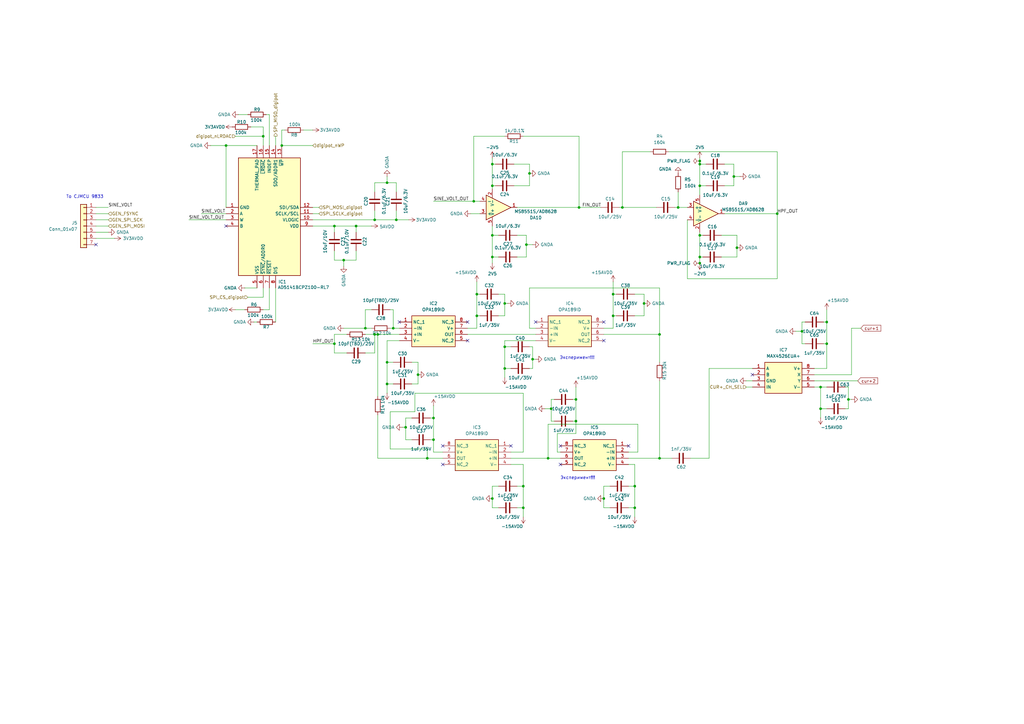
<source format=kicad_sch>
(kicad_sch (version 20250114) (generator "eeschema") (generator_version "9.0")
  (paper "A3")
  (text "Эксперимент!!!\n" (at 236.728 146.812 0) (effects (font (size 1.27 1.27))))
  (text "Эксперимент!!!\n" (at 236.982 196.088 0) (effects (font (size 1.27 1.27))))
  (text "To CJMCU 9833" (at 34.798 80.772 0) (effects (font (size 1.27 1.27))))
  (junction (at 153.67 90.17))
  (junction (at 287.02 66.04))
  (junction (at 287.02 105.41))
  (junction (at 140.97 106.68))
  (junction (at 158.75 148.59))
  (junction (at 226.06 167.64))
  (junction (at 115.57 59.69))
  (junction (at 270.51 137.16))
  (junction (at 154.94 137.16))
  (junction (at 137.16 92.71))
  (junction (at 201.93 67.31))
  (junction (at 302.26 101.6))
  (junction (at 318.77 87.63))
  (junction (at 339.09 132.08))
  (junction (at 177.8 171.45))
  (junction (at 207.01 142.24))
  (junction (at 287.02 107.95))
  (junction (at 251.46 129.54))
  (junction (at 247.65 204.47))
  (junction (at 175.26 187.96))
  (junction (at 207.01 151.13))
  (junction (at 201.93 76.2))
  (junction (at 214.63 208.28))
  (junction (at 270.51 187.96))
  (junction (at 207.01 124.46))
  (junction (at 214.63 199.39))
  (junction (at 194.31 82.55))
  (junction (at 260.35 199.39))
  (junction (at 107.95 55.88))
  (junction (at 201.93 204.47))
  (junction (at 339.09 140.97))
  (junction (at 146.05 92.71))
  (junction (at 287.02 67.31))
  (junction (at 201.93 105.41))
  (junction (at 158.75 74.93))
  (junction (at 236.22 172.72))
  (junction (at 300.99 72.39))
  (junction (at 166.37 175.26))
  (junction (at 237.49 85.09))
  (junction (at 336.55 167.64))
  (junction (at 153.67 137.16))
  (junction (at 328.93 135.89))
  (junction (at 260.35 208.28))
  (junction (at 217.17 71.12))
  (junction (at 92.71 59.69))
  (junction (at 264.16 124.46))
  (junction (at 287.02 76.2))
  (junction (at 236.22 163.83))
  (junction (at 195.58 129.54))
  (junction (at 137.16 140.97))
  (junction (at 336.55 158.75))
  (junction (at 158.75 157.48))
  (junction (at 255.27 85.09))
  (junction (at 251.46 120.65))
  (junction (at 162.56 90.17))
  (junction (at 224.79 187.96))
  (junction (at 278.13 85.09))
  (junction (at 149.86 134.62))
  (junction (at 215.9 100.33))
  (junction (at 161.29 134.62))
  (junction (at 195.58 120.65))
  (junction (at 218.44 147.32))
  (junction (at 201.93 96.52))
  (junction (at 177.8 180.34))
  (junction (at 171.45 153.67))
  (junction (at 287.02 96.52))
  (junction (at 347.98 163.83))
  (no_connect (at 219.71 132.08))
  (no_connect (at 163.83 132.08))
  (no_connect (at 209.55 182.88))
  (no_connect (at 229.87 190.5))
  (no_connect (at 247.65 139.7))
  (no_connect (at 191.77 132.08))
  (no_connect (at 92.71 92.71))
  (no_connect (at 191.77 139.7))
  (no_connect (at 229.87 182.88))
  (no_connect (at 247.65 132.08))
  (no_connect (at 257.81 182.88))
  (no_connect (at 181.61 182.88))
  (no_connect (at 181.61 190.5))
  (no_connect (at 39.37 100.33))
  (no_connect (at 308.61 153.67))
  (wire (pts (xy 39.37 97.79) (xy 46.99 97.79)))
  (wire (pts (xy 264.16 120.65) (xy 264.16 124.46)))
  (wire (pts (xy 247.65 134.62) (xy 251.46 134.62)))
  (wire (pts (xy 210.82 67.31) (xy 217.17 67.31)))
  (wire (pts (xy 300.99 67.31) (xy 300.99 72.39)))
  (wire (pts (xy 201.93 67.31) (xy 201.93 64.77)))
  (wire (pts (xy 297.18 67.31) (xy 300.99 67.31)))
  (wire (pts (xy 295.91 96.52) (xy 302.26 96.52)))
  (wire (pts (xy 128.27 90.17) (xy 153.67 90.17)))
  (wire (pts (xy 217.17 134.62) (xy 217.17 118.11)))
  (wire (pts (xy 204.47 105.41) (xy 201.93 105.41)))
  (wire (pts (xy 177.8 180.34) (xy 177.8 171.45)))
  (wire (pts (xy 318.77 62.23) (xy 318.77 87.63)))
  (wire (pts (xy 287.02 95.25) (xy 287.02 96.52)))
  (wire (pts (xy 162.56 90.17) (xy 167.64 90.17)))
  (wire (pts (xy 207.01 124.46) (xy 208.28 124.46)))
  (wire (pts (xy 330.2 132.08) (xy 328.93 132.08)))
  (wire (pts (xy 146.05 95.25) (xy 146.05 92.71)))
  (wire (pts (xy 128.27 92.71) (xy 137.16 92.71)))
  (wire (pts (xy 201.93 67.31) (xy 203.2 67.31)))
  (wire (pts (xy 146.05 92.71) (xy 152.4 92.71)))
  (wire (pts (xy 158.75 139.7) (xy 158.75 148.59)))
  (wire (pts (xy 234.95 172.72) (xy 236.22 172.72)))
  (wire (pts (xy 149.86 127) (xy 152.4 127)))
  (wire (pts (xy 44.45 85.09) (xy 39.37 85.09)))
  (wire (pts (xy 104.14 132.08) (xy 105.41 132.08)))
  (wire (pts (xy 149.86 137.16) (xy 153.67 137.16)))
  (wire (pts (xy 289.56 76.2) (xy 287.02 76.2)))
  (wire (pts (xy 146.05 92.71) (xy 137.16 92.71)))
  (wire (pts (xy 107.95 55.88) (xy 107.95 59.69)))
  (wire (pts (xy 297.18 76.2) (xy 300.99 76.2)))
  (wire (pts (xy 336.55 167.64) (xy 339.09 167.64)))
  (wire (pts (xy 168.91 180.34) (xy 166.37 180.34)))
  (wire (pts (xy 44.45 87.63) (xy 39.37 87.63)))
  (wire (pts (xy 336.55 158.75) (xy 336.55 167.64)))
  (wire (pts (xy 107.95 121.92) (xy 101.6 121.92)))
  (wire (pts (xy 300.99 72.39) (xy 303.53 72.39)))
  (wire (pts (xy 204.47 96.52) (xy 201.93 96.52)))
  (wire (pts (xy 166.37 171.45) (xy 166.37 175.26)))
  (wire (pts (xy 261.62 185.42) (xy 261.62 173.99)))
  (wire (pts (xy 236.22 163.83) (xy 234.95 163.83)))
  (wire (pts (xy 347.98 158.75) (xy 347.98 163.83)))
  (wire (pts (xy 163.83 139.7) (xy 158.75 139.7)))
  (wire (pts (xy 214.63 55.88) (xy 237.49 55.88)))
  (wire (pts (xy 195.58 129.54) (xy 195.58 120.65)))
  (wire (pts (xy 260.35 129.54) (xy 264.16 129.54)))
  (wire (pts (xy 260.35 199.39) (xy 257.81 199.39)))
  (wire (pts (xy 92.71 59.69) (xy 105.41 59.69)))
  (wire (pts (xy 201.93 76.2) (xy 201.93 67.31)))
  (wire (pts (xy 339.09 127) (xy 339.09 132.08)))
  (wire (pts (xy 154.94 187.96) (xy 175.26 187.96)))
  (wire (pts (xy 195.58 129.54) (xy 196.85 129.54)))
  (wire (pts (xy 336.55 158.75) (xy 339.09 158.75)))
  (wire (pts (xy 260.35 208.28) (xy 257.81 208.28)))
  (wire (pts (xy 110.49 59.69) (xy 110.49 46.99)))
  (wire (pts (xy 255.27 62.23) (xy 255.27 85.09)))
  (wire (pts (xy 228.6 177.8) (xy 236.22 177.8)))
  (wire (pts (xy 251.46 129.54) (xy 251.46 134.62)))
  (wire (pts (xy 152.4 134.62) (xy 149.86 134.62)))
  (wire (pts (xy 260.35 190.5) (xy 260.35 199.39)))
  (wire (pts (xy 214.63 208.28) (xy 214.63 212.09)))
  (wire (pts (xy 247.65 199.39) (xy 247.65 204.47)))
  (wire (pts (xy 255.27 85.09) (xy 269.24 85.09)))
  (wire (pts (xy 96.52 127) (xy 100.33 127)))
  (wire (pts (xy 295.91 105.41) (xy 302.26 105.41)))
  (wire (pts (xy 278.13 78.74) (xy 278.13 85.09)))
  (wire (pts (xy 257.81 187.96) (xy 270.51 187.96)))
  (wire (pts (xy 82.55 87.63) (xy 92.71 87.63)))
  (wire (pts (xy 224.79 187.96) (xy 229.87 187.96)))
  (wire (pts (xy 237.49 85.09) (xy 212.09 85.09)))
  (wire (pts (xy 212.09 105.41) (xy 215.9 105.41)))
  (wire (pts (xy 130.81 85.09) (xy 128.27 85.09)))
  (wire (pts (xy 170.18 168.91) (xy 160.02 168.91)))
  (wire (pts (xy 161.29 127) (xy 161.29 134.62)))
  (wire (pts (xy 115.57 53.34) (xy 115.57 59.69)))
  (wire (pts (xy 201.93 77.47) (xy 201.93 76.2)))
  (wire (pts (xy 226.06 163.83) (xy 226.06 167.64)))
  (wire (pts (xy 146.05 106.68) (xy 140.97 106.68)))
  (wire (pts (xy 201.93 107.95) (xy 201.93 105.41)))
  (wire (pts (xy 158.75 148.59) (xy 158.75 157.48)))
  (wire (pts (xy 146.05 102.87) (xy 146.05 106.68)))
  (wire (pts (xy 177.8 171.45) (xy 177.8 166.37)))
  (wire (pts (xy 214.63 190.5) (xy 214.63 199.39)))
  (wire (pts (xy 251.46 120.65) (xy 251.46 129.54)))
  (wire (pts (xy 278.13 85.09) (xy 281.94 85.09)))
  (wire (pts (xy 201.93 199.39) (xy 201.93 204.47)))
  (wire (pts (xy 175.26 184.15) (xy 175.26 187.96)))
  (wire (pts (xy 107.95 118.11) (xy 107.95 121.92)))
  (wire (pts (xy 149.86 144.78) (xy 153.67 144.78)))
  (wire (pts (xy 96.52 55.88) (xy 107.95 55.88)))
  (wire (pts (xy 270.51 137.16) (xy 270.51 148.59)))
  (wire (pts (xy 219.71 139.7) (xy 207.01 139.7)))
  (wire (pts (xy 154.94 137.16) (xy 163.83 137.16)))
  (wire (pts (xy 204.47 120.65) (xy 207.01 120.65)))
  (wire (pts (xy 226.06 167.64) (xy 226.06 172.72)))
  (wire (pts (xy 153.67 86.36) (xy 153.67 90.17)))
  (wire (pts (xy 306.07 158.75) (xy 308.61 158.75)))
  (wire (pts (xy 209.55 187.96) (xy 224.79 187.96)))
  (wire (pts (xy 97.79 46.99) (xy 101.6 46.99)))
  (wire (pts (xy 328.93 140.97) (xy 330.2 140.97)))
  (wire (pts (xy 194.31 82.55) (xy 194.31 55.88)))
  (wire (pts (xy 302.26 96.52) (xy 302.26 101.6)))
  (wire (pts (xy 346.71 158.75) (xy 347.98 158.75)))
  (wire (pts (xy 229.87 185.42) (xy 228.6 185.42)))
  (wire (pts (xy 281.94 114.3) (xy 318.77 114.3)))
  (wire (pts (xy 116.84 53.34) (xy 115.57 53.34)))
  (wire (pts (xy 217.17 142.24) (xy 218.44 142.24)))
  (wire (pts (xy 195.58 120.65) (xy 196.85 120.65)))
  (wire (pts (xy 210.82 76.2) (xy 217.17 76.2)))
  (wire (pts (xy 334.01 153.67) (xy 349.25 153.67)))
  (wire (pts (xy 270.51 187.96) (xy 275.59 187.96)))
  (wire (pts (xy 214.63 161.29) (xy 170.18 161.29)))
  (wire (pts (xy 166.37 175.26) (xy 165.1 175.26)))
  (wire (pts (xy 171.45 148.59) (xy 171.45 153.67)))
  (wire (pts (xy 204.47 129.54) (xy 207.01 129.54)))
  (wire (pts (xy 318.77 87.63) (xy 318.77 114.3)))
  (wire (pts (xy 274.32 62.23) (xy 318.77 62.23)))
  (wire (pts (xy 130.81 87.63) (xy 128.27 87.63)))
  (wire (pts (xy 177.8 185.42) (xy 177.8 180.34)))
  (wire (pts (xy 195.58 134.62) (xy 195.58 129.54)))
  (wire (pts (xy 115.57 59.69) (xy 128.27 59.69)))
  (wire (pts (xy 247.65 137.16) (xy 270.51 137.16)))
  (wire (pts (xy 162.56 90.17) (xy 153.67 90.17)))
  (wire (pts (xy 251.46 115.57) (xy 251.46 120.65)))
  (wire (pts (xy 237.49 55.88) (xy 237.49 85.09)))
  (wire (pts (xy 287.02 67.31) (xy 287.02 76.2)))
  (wire (pts (xy 219.71 134.62) (xy 217.17 134.62)))
  (wire (pts (xy 290.83 187.96) (xy 290.83 151.13)))
  (wire (pts (xy 168.91 157.48) (xy 171.45 157.48)))
  (wire (pts (xy 201.93 105.41) (xy 201.93 96.52)))
  (wire (pts (xy 201.93 208.28) (xy 201.93 204.47)))
  (wire (pts (xy 153.67 74.93) (xy 158.75 74.93)))
  (wire (pts (xy 160.02 127) (xy 161.29 127)))
  (wire (pts (xy 194.31 55.88) (xy 207.01 55.88)))
  (wire (pts (xy 137.16 102.87) (xy 137.16 106.68)))
  (wire (pts (xy 158.75 74.93) (xy 158.75 72.39)))
  (wire (pts (xy 86.36 59.69) (xy 92.71 59.69)))
  (wire (pts (xy 196.85 82.55) (xy 194.31 82.55)))
  (wire (pts (xy 153.67 144.78) (xy 153.67 137.16)))
  (wire (pts (xy 154.94 137.16) (xy 154.94 162.56)))
  (wire (pts (xy 158.75 157.48) (xy 158.75 161.29)))
  (wire (pts (xy 339.09 140.97) (xy 339.09 132.08)))
  (wire (pts (xy 287.02 105.41) (xy 287.02 107.95)))
  (wire (pts (xy 212.09 96.52) (xy 215.9 96.52)))
  (wire (pts (xy 237.49 85.09) (xy 246.38 85.09)))
  (wire (pts (xy 177.8 82.55) (xy 194.31 82.55)))
  (wire (pts (xy 181.61 185.42) (xy 177.8 185.42)))
  (wire (pts (xy 226.06 172.72) (xy 227.33 172.72)))
  (wire (pts (xy 162.56 78.74) (xy 162.56 74.93)))
  (wire (pts (xy 177.8 171.45) (xy 176.53 171.45)))
  (wire (pts (xy 328.93 132.08) (xy 328.93 135.89)))
  (wire (pts (xy 287.02 96.52) (xy 288.29 96.52)))
  (wire (pts (xy 110.49 46.99) (xy 109.22 46.99)))
  (wire (pts (xy 124.46 53.34) (xy 128.27 53.34)))
  (wire (pts (xy 264.16 129.54) (xy 264.16 124.46)))
  (wire (pts (xy 283.21 187.96) (xy 290.83 187.96)))
  (wire (pts (xy 290.83 151.13) (xy 308.61 151.13)))
  (wire (pts (xy 168.91 148.59) (xy 171.45 148.59)))
  (wire (pts (xy 217.17 118.11) (xy 270.51 118.11)))
  (wire (pts (xy 306.07 156.21) (xy 308.61 156.21)))
  (wire (pts (xy 347.98 167.64) (xy 346.71 167.64)))
  (wire (pts (xy 227.33 163.83) (xy 226.06 163.83)))
  (wire (pts (xy 204.47 199.39) (xy 201.93 199.39)))
  (wire (pts (xy 247.65 208.28) (xy 247.65 204.47)))
  (wire (pts (xy 260.35 208.28) (xy 260.35 212.09)))
  (wire (pts (xy 339.09 151.13) (xy 334.01 151.13)))
  (wire (pts (xy 218.44 151.13) (xy 217.17 151.13)))
  (wire (pts (xy 349.25 134.62) (xy 353.06 134.62)))
  (wire (pts (xy 44.45 92.71) (xy 39.37 92.71)))
  (wire (pts (xy 260.35 120.65) (xy 264.16 120.65)))
  (wire (pts (xy 215.9 100.33) (xy 218.44 100.33)))
  (wire (pts (xy 215.9 105.41) (xy 215.9 100.33)))
  (wire (pts (xy 337.82 140.97) (xy 339.09 140.97)))
  (wire (pts (xy 142.24 137.16) (xy 137.16 137.16)))
  (wire (pts (xy 214.63 208.28) (xy 212.09 208.28)))
  (wire (pts (xy 328.93 135.89) (xy 328.93 140.97)))
  (wire (pts (xy 218.44 147.32) (xy 219.71 147.32)))
  (wire (pts (xy 137.16 140.97) (xy 137.16 144.78)))
  (wire (pts (xy 77.47 90.17) (xy 92.71 90.17)))
  (wire (pts (xy 266.7 62.23) (xy 255.27 62.23)))
  (wire (pts (xy 207.01 142.24) (xy 207.01 151.13)))
  (wire (pts (xy 339.09 140.97) (xy 339.09 151.13)))
  (wire (pts (xy 161.29 134.62) (xy 163.83 134.62)))
  (wire (pts (xy 168.91 171.45) (xy 166.37 171.45)))
  (wire (pts (xy 166.37 180.34) (xy 166.37 175.26)))
  (wire (pts (xy 209.55 142.24) (xy 207.01 142.24)))
  (wire (pts (xy 207.01 139.7) (xy 207.01 142.24)))
  (wire (pts (xy 204.47 208.28) (xy 201.93 208.28)))
  (wire (pts (xy 110.49 127) (xy 107.95 127)))
  (wire (pts (xy 214.63 185.42) (xy 214.63 161.29)))
  (wire (pts (xy 217.17 67.31) (xy 217.17 71.12)))
  (wire (pts (xy 177.8 180.34) (xy 176.53 180.34)))
  (wire (pts (xy 140.97 134.62) (xy 149.86 134.62)))
  (wire (pts (xy 251.46 129.54) (xy 252.73 129.54)))
  (wire (pts (xy 287.02 105.41) (xy 288.29 105.41)))
  (wire (pts (xy 160.02 168.91) (xy 160.02 184.15)))
  (wire (pts (xy 287.02 76.2) (xy 287.02 80.01)))
  (wire (pts (xy 250.19 208.28) (xy 247.65 208.28)))
  (wire (pts (xy 128.27 140.97) (xy 137.16 140.97)))
  (wire (pts (xy 100.33 118.11) (xy 105.41 118.11)))
  (wire (pts (xy 207.01 151.13) (xy 207.01 154.94)))
  (wire (pts (xy 215.9 96.52) (xy 215.9 100.33)))
  (wire (pts (xy 326.39 135.89) (xy 328.93 135.89)))
  (wire (pts (xy 92.71 59.69) (xy 92.71 85.09)))
  (wire (pts (xy 223.52 167.64) (xy 226.06 167.64)))
  (wire (pts (xy 201.93 76.2) (xy 203.2 76.2)))
  (wire (pts (xy 162.56 74.93) (xy 158.75 74.93)))
  (wire (pts (xy 287.02 66.04) (xy 287.02 67.31)))
  (wire (pts (xy 287.02 64.77) (xy 287.02 66.04)))
  (wire (pts (xy 110.49 118.11) (xy 110.49 127)))
  (wire (pts (xy 270.51 156.21) (xy 270.51 187.96)))
  (wire (pts (xy 260.35 199.39) (xy 260.35 208.28)))
  (wire (pts (xy 318.77 87.63) (xy 297.18 87.63)))
  (wire (pts (xy 270.51 118.11) (xy 270.51 137.16)))
  (wire (pts (xy 153.67 137.16) (xy 154.94 137.16)))
  (wire (pts (xy 236.22 158.75) (xy 236.22 163.83)))
  (wire (pts (xy 175.26 187.96) (xy 181.61 187.96)))
  (wire (pts (xy 281.94 90.17) (xy 281.94 114.3)))
  (wire (pts (xy 349.25 153.67) (xy 349.25 134.62)))
  (wire (pts (xy 236.22 177.8) (xy 236.22 172.72)))
  (wire (pts (xy 191.77 134.62) (xy 195.58 134.62)))
  (wire (pts (xy 113.03 55.88) (xy 113.03 59.69)))
  (wire (pts (xy 218.44 142.24) (xy 218.44 147.32)))
  (wire (pts (xy 137.16 137.16) (xy 137.16 140.97)))
  (wire (pts (xy 137.16 144.78) (xy 142.24 144.78)))
  (wire (pts (xy 209.55 190.5) (xy 214.63 190.5)))
  (wire (pts (xy 214.63 199.39) (xy 214.63 208.28)))
  (wire (pts (xy 209.55 185.42) (xy 214.63 185.42)))
  (wire (pts (xy 201.93 96.52) (xy 201.93 92.71)))
  (wire (pts (xy 193.04 87.63) (xy 196.85 87.63)))
  (wire (pts (xy 102.87 52.07) (xy 107.95 52.07)))
  (wire (pts (xy 137.16 106.68) (xy 140.97 106.68)))
  (wire (pts (xy 257.81 185.42) (xy 261.62 185.42)))
  (wire (pts (xy 218.44 147.32) (xy 218.44 151.13)))
  (wire (pts (xy 228.6 185.42) (xy 228.6 177.8)))
  (wire (pts (xy 254 85.09) (xy 255.27 85.09)))
  (wire (pts (xy 250.19 199.39) (xy 247.65 199.39)))
  (wire (pts (xy 276.86 85.09) (xy 278.13 85.09)))
  (wire (pts (xy 251.46 120.65) (xy 252.73 120.65)))
  (wire (pts (xy 160.02 184.15) (xy 175.26 184.15)))
  (wire (pts (xy 158.75 157.48) (xy 161.29 157.48)))
  (wire (pts (xy 158.75 148.59) (xy 161.29 148.59)))
  (wire (pts (xy 217.17 76.2) (xy 217.17 71.12)))
  (wire (pts (xy 149.86 134.62) (xy 149.86 127)))
  (wire (pts (xy 334.01 156.21) (xy 351.79 156.21)))
  (wire (pts (xy 107.95 52.07) (xy 107.95 55.88)))
  (wire (pts (xy 207.01 129.54) (xy 207.01 124.46)))
  (wire (pts (xy 153.67 78.74) (xy 153.67 74.93)))
  (wire (pts (xy 195.58 120.65) (xy 195.58 115.57)))
  (wire (pts (xy 207.01 120.65) (xy 207.01 124.46)))
  (wire (pts (xy 336.55 167.64) (xy 336.55 171.45)))
  (wire (pts (xy 170.18 161.29) (xy 170.18 168.91)))
  (wire (pts (xy 171.45 157.48) (xy 171.45 153.67)))
  (wire (pts (xy 334.01 158.75) (xy 336.55 158.75)))
  (wire (pts (xy 287.02 96.52) (xy 287.02 105.41)))
  (wire (pts (xy 236.22 172.72) (xy 236.22 163.83)))
  (wire (pts (xy 162.56 86.36) (xy 162.56 90.17)))
  (wire (pts (xy 137.16 92.71) (xy 137.16 95.25)))
  (wire (pts (xy 224.79 173.99) (xy 224.79 187.96)))
  (wire (pts (xy 39.37 95.25) (xy 44.45 95.25)))
  (wire (pts (xy 289.56 67.31) (xy 287.02 67.31)))
  (wire (pts (xy 347.98 163.83) (xy 347.98 167.64)))
  (wire (pts (xy 261.62 173.99) (xy 224.79 173.99)))
  (wire (pts (xy 214.63 199.39) (xy 212.09 199.39)))
  (wire (pts (xy 191.77 137.16) (xy 219.71 137.16)))
  (wire (pts (xy 154.94 170.18) (xy 154.94 187.96)))
  (wire (pts (xy 160.02 134.62) (xy 161.29 134.62)))
  (wire (pts (xy 257.81 190.5) (xy 260.35 190.5)))
  (wire (pts (xy 302.26 105.41) (xy 302.26 101.6)))
  (wire (pts (xy 44.45 90.17) (xy 39.37 90.17)))
  (wire (pts (xy 339.09 132.08) (xy 337.82 132.08)))
  (wire (pts (xy 347.98 163.83) (xy 349.25 163.83)))
  (wire (pts (xy 140.97 106.68) (xy 140.97 109.22)))
  (wire (pts (xy 207.01 151.13) (xy 209.55 151.13)))
  (wire (pts (xy 300.99 76.2) (xy 300.99 72.39)))
  (wire (pts (xy 113.03 118.11) (xy 113.03 132.08)))
  (label "HPF_OUT" (at 318.77 87.63 0))
  (label "FIN_OUT" (at 238.76 85.09 0))
  (label "SINE_VOLT" (at 82.55 87.63 0))
  (label "HPF_OUT" (at 128.27 140.97 0))
  (label "SINE_VOLT_OUT" (at 77.47 90.17 0))
  (label "SINE_VOLT" (at 44.45 85.09 0))
  (label "SINE_VOLT_OUT" (at 177.8 82.55 0))
  (global_label "cur+2" (shape input) (at 351.79 156.21 0) (property "Intersheetrefs" "${INTERSHEET_REFS}" (effects (hide yes))))
  (global_label "cur+1" (shape input) (at 353.06 134.62 0) (property "Intersheetrefs" "${INTERSHEET_REFS}" (effects (hide yes))))
  (hierarchical_label "GEN_FSYNC" (shape input) (at 44.45 87.63 0))
  (hierarchical_label "SPI_SCLK_digipot" (shape input) (at 130.81 87.63 0))
  (hierarchical_label "SPI_MOSI_digipot" (shape input) (at 130.81 85.09 0))
  (hierarchical_label "GEN_SPI_MOSI" (shape input) (at 44.45 92.71 0))
  (hierarchical_label "SPI_CS_digipot" (shape input) (at 101.6 121.92 180))
  (hierarchical_label "SPI_MISO_digipot" (shape output) (at 113.03 55.88 90))
  (hierarchical_label "digipot_nWP" (shape input) (at 128.27 59.69 0))
  (hierarchical_label "digipot_nLRDAC" (shape input) (at 96.52 55.88 180))
  (hierarchical_label "CUR+_CH_SEL" (shape input) (at 306.07 158.75 180))
  (hierarchical_label "GEN_SPI_SCK" (shape input) (at 44.45 90.17 0))
  (symbol (lib_id "power:GNDA") (at 264.16 124.46 90) (mirror x) (unit 1)
    (property "Reference" "#PWR060" (effects (hide yes)))
    (property "Value" "GNDA" (at 270.002 124.46 90))
    (property "Description" "Power symbol creates a global label with name \"GNDA\" , analog ground" (effects (hide yes)))
  )
  (symbol (lib_id "power:VDD") (at 287.02 107.95 180) (unit 1)
    (property "Reference" "#PWR031" (effects (hide yes)))
    (property "Value" "-2V5" (at 287.02 112.268 0))
    (property "Description" "Power symbol creates a global label with name \"VDD\"" (effects (hide yes)))
  )
  (symbol (lib_id "power:GNDA") (at 303.53 72.39 90) (mirror x) (unit 1)
    (property "Reference" "#PWR033" (effects (hide yes)))
    (property "Value" "GNDA" (at 309.372 72.39 90))
    (property "Description" "Power symbol creates a global label with name \"GNDA\" , analog ground" (effects (hide yes)))
  )
  (symbol (lib_id "Device:C") (at 200.66 129.54 270) (mirror x) (unit 1)
    (property "Reference" "C33" (at 200.66 125.984 90))
    (property "Value" "1uF/35V" (at 200.66 133.35 90))
    (property "Footprint" "Capacitor_SMD:C_0603_1608Metric_Pad1.08x0.95mm_HandSolder" (effects (hide yes)))
    (property "Description" "Unpolarized capacitor" (effects (hide yes)))
  )
  (symbol (lib_id "power:VDD") (at 128.27 53.34 270) (mirror x) (unit 1)
    (property "Reference" "#PWR042" (effects (hide yes)))
    (property "Value" "3V3AVDD" (at 135.382 53.34 90))
    (property "Description" "Power symbol creates a global label with name \"VDD\"" (effects (hide yes)))
  )
  (symbol (lib_id "Device:R") (at 210.82 55.88 270) (unit 1)
    (property "Reference" "R11" (at 210.82 57.912 90))
    (property "Value" "1k/0.1%" (at 211.074 53.594 90))
    (property "Footprint" "Resistor_SMD:R_0603_1608Metric_Pad0.98x0.95mm_HandSolder" (effects (hide yes)))
    (property "Description" "Resistor" (effects (hide yes)))
  )
  (symbol (lib_id "OPA189ID:OPA189ID") (at 163.83 132.08 0) (unit 1)
    (property "Reference" "IC2" (at 177.8 124.46 0))
    (property "Value" "OPA189ID" (at 177.8 127 0))
    (property "Footprint" "SOIC127P600X175-8N" (effects (hide yes)))
    (property "Datasheet" "http://www.ti.com/lit/gpn/OPA189" (effects (hide yes)))
    (property "Description" "14MHz, MUX-Friendly, Low-noise, Zero-Drift, RRO, CMOS Precision Operational Amplifier" (effects (hide yes)))
    (property "Height" "1.75" (effects (hide yes)))
    (property "Manufacturer_Name" "Texas Instruments" (effects (hide yes)))
    (property "Manufacturer_Part_Number" "OPA189ID" (effects (hide yes)))
    (property "Mouser Part Number" "595-OPA189ID" (effects (hide yes)))
    (property "Mouser Price/Stock" "https://www.mouser.co.uk/ProductDetail/Texas-Instruments/OPA189ID?qs=HXFqYaX1Q2yMqvbYDOJ0Ig%3D%3D" (effects (hide yes)))
    (property "Arrow Part Number" "OPA189ID" (effects (hide yes)))
    (property "Arrow Price/Stock" "https://www.arrow.com/en/products/opa189id/texas-instruments?region=nac" (effects (hide yes)))
  )
  (symbol (lib_id "zpc-lib:MS8551S") (at 281.94 85.09 0) (unit 1)
    (property "Reference" "DA9" (at 304.8 83.439 0))
    (property "Value" "MS8551S/AD8628" (at 304.8 85.979 0))
    (property "Footprint" "Package_TO_SOT_SMD:SOT-23-5" (effects (hide yes)))
    (property "Description" "Rail-to_rail OPAMP" (effects (hide yes)))
  )
  (symbol (lib_id "Device:R") (at 104.14 127 90) (unit 1)
    (property "Reference" "R6" (at 104.14 124.968 90))
    (property "Value" "100k" (at 103.886 129.286 90))
    (property "Footprint" "Resistor_SMD:R_0603_1608Metric_Pad0.98x0.95mm_HandSolder" (effects (hide yes)))
    (property "Description" "Resistor" (effects (hide yes)))
  )
  (symbol (lib_id "power:GNDA") (at 306.07 156.21 270) (mirror x) (unit 1)
    (property "Reference" "#PWR097" (effects (hide yes)))
    (property "Value" "GNDA" (at 300.228 156.21 90))
    (property "Description" "Power symbol creates a global label with name \"GNDA\" , analog ground" (effects (hide yes)))
  )
  (symbol (lib_id "Device:R") (at 270.51 62.23 90) (unit 1)
    (property "Reference" "R4" (at 270.51 55.88 90))
    (property "Value" "160k" (at 270.51 58.42 90))
    (property "Footprint" "Resistor_SMD:R_0603_1608Metric_Pad0.98x0.95mm_HandSolder" (effects (hide yes)))
    (property "Description" "Resistor" (effects (hide yes)))
  )
  (symbol (lib_id "power:GNDA") (at 326.39 135.89 270) (unit 1)
    (property "Reference" "#PWR0100" (effects (hide yes)))
    (property "Value" "GNDA" (at 320.548 135.89 90))
    (property "Description" "Power symbol creates a global label with name \"GNDA\" , analog ground" (effects (hide yes)))
  )
  (symbol (lib_id "Device:C") (at 146.05 99.06 0) (mirror x) (unit 1)
    (property "Reference" "C22" (at 149.606 99.06 90))
    (property "Value" "0.1uF/10V" (at 142.24 99.06 90))
    (property "Footprint" "Capacitor_SMD:C_0603_1608Metric_Pad1.08x0.95mm_HandSolder" (effects (hide yes)))
    (property "Description" "Unpolarized capacitor" (effects (hide yes)))
  )
  (symbol (lib_id "Device:C") (at 256.54 120.65 270) (mirror x) (unit 1)
    (property "Reference" "C38" (at 256.54 117.094 90))
    (property "Value" "10uF/35V" (at 256.54 124.46 90))
    (property "Footprint" "Capacitor_SMD:C_0805_2012Metric_Pad1.18x1.45mm_HandSolder" (effects (hide yes)))
    (property "Description" "Unpolarized capacitor" (effects (hide yes)))
  )
  (symbol (lib_id "Device:C") (at 213.36 142.24 270) (mirror x) (unit 1)
    (property "Reference" "C40" (at 213.36 138.684 90))
    (property "Value" "1uF/35V" (at 213.36 146.05 90))
    (property "Footprint" "Capacitor_SMD:C_0603_1608Metric_Pad1.08x0.95mm_HandSolder" (effects (hide yes)))
    (property "Description" "Unpolarized capacitor" (effects (hide yes)))
  )
  (symbol (lib_id "power:VDD") (at 46.99 97.79 270) (mirror x) (unit 1)
    (property "Reference" "#PWR028" (effects (hide yes)))
    (property "Value" "3V3AVDD" (at 54.61 97.79 90))
    (property "Description" "Power symbol creates a global label with name \"VDD\"" (effects (hide yes)))
  )
  (symbol (lib_id "power:GNDA") (at 158.75 72.39 0) (mirror x) (unit 1)
    (property "Reference" "#PWR039" (effects (hide yes)))
    (property "Value" "GNDA" (at 158.75 66.548 90))
    (property "Description" "Power symbol creates a global label with name \"GNDA\" , analog ground" (effects (hide yes)))
  )
  (symbol (lib_id "OPA189ID:OPA189ID") (at 257.81 182.88 0) (mirror y) (unit 1)
    (property "Reference" "IC5" (at 243.84 175.26 0))
    (property "Value" "OPA189ID" (at 243.84 177.8 0))
    (property "Footprint" "SOIC127P600X175-8N" (effects (hide yes)))
    (property "Datasheet" "http://www.ti.com/lit/gpn/OPA189" (effects (hide yes)))
    (property "Description" "14MHz, MUX-Friendly, Low-noise, Zero-Drift, RRO, CMOS Precision Operational Amplifier" (effects (hide yes)))
    (property "Height" "1.75" (effects (hide yes)))
    (property "Manufacturer_Name" "Texas Instruments" (effects (hide yes)))
    (property "Manufacturer_Part_Number" "OPA189ID" (effects (hide yes)))
    (property "Mouser Part Number" "595-OPA189ID" (effects (hide yes)))
    (property "Mouser Price/Stock" "https://www.mouser.co.uk/ProductDetail/Texas-Instruments/OPA189ID?qs=HXFqYaX1Q2yMqvbYDOJ0Ig%3D%3D" (effects (hide yes)))
    (property "Arrow Part Number" "OPA189ID" (effects (hide yes)))
    (property "Arrow Price/Stock" "https://www.arrow.com/en/products/opa189id/texas-instruments?region=nac" (effects (hide yes)))
  )
  (symbol (lib_id "power:VDD") (at 339.09 127 0) (mirror y) (unit 1)
    (property "Reference" "#PWR0101" (effects (hide yes)))
    (property "Value" "+15AVDD" (at 343.662 123.19 0))
    (property "Description" "Power symbol creates a global label with name \"VDD\"" (effects (hide yes)))
  )
  (symbol (lib_id "Device:C") (at 334.01 140.97 90) (unit 1)
    (property "Reference" "C65" (at 334.01 137.414 90))
    (property "Value" "1uF/35V" (at 334.01 144.78 90))
    (property "Footprint" "Capacitor_SMD:C_0603_1608Metric_Pad1.08x0.95mm_HandSolder" (effects (hide yes)))
    (property "Description" "Unpolarized capacitor" (effects (hide yes)))
  )
  (symbol (lib_id "power:PWR_FLAG") (at 287.02 66.04 90) (unit 1)
    (property "Reference" "#FLG07" (effects (hide yes)))
    (property "Value" "PWR_FLAG" (at 283.21 66.0399 90) (effects (justify left)))
    (property "Description" "Special symbol for telling ERC where power comes from" (effects (hide yes)))
  )
  (symbol (lib_id "Device:C") (at 208.28 96.52 270) (unit 1)
    (property "Reference" "C27" (at 208.28 100.076 90))
    (property "Value" "10uF/6.3V" (at 208.28 92.71 90))
    (property "Footprint" "Capacitor_SMD:C_0805_2012Metric_Pad1.18x1.45mm_HandSolder" (effects (hide yes)))
    (property "Description" "Unpolarized capacitor" (effects (hide yes)))
  )
  (symbol (lib_id "power:VDD") (at 167.64 90.17 270) (mirror x) (unit 1)
    (property "Reference" "#PWR038" (effects (hide yes)))
    (property "Value" "3V3AVDD" (at 174.752 90.17 90))
    (property "Description" "Power symbol creates a global label with name \"VDD\"" (effects (hide yes)))
  )
  (symbol (lib_id "power:VDD") (at 251.46 115.57 0) (unit 1)
    (property "Reference" "#PWR059" (effects (hide yes)))
    (property "Value" "+15AVDD" (at 246.888 111.76 0))
    (property "Description" "Power symbol creates a global label with name \"VDD\"" (effects (hide yes)))
  )
  (symbol (lib_id "power:VDD") (at 152.4 92.71 270) (mirror x) (unit 1)
    (property "Reference" "#PWR041" (effects (hide yes)))
    (property "Value" "5AVDD" (at 158.75 92.964 90))
    (property "Description" "Power symbol creates a global label with name \"VDD\"" (effects (hide yes)))
  )
  (symbol (lib_id "MAX4526CSA+:MAX4526CSA+") (at 308.61 151.13 0) (unit 1)
    (property "Reference" "IC7" (at 321.31 143.51 0))
    (property "Value" "MAX4526EUA+" (at 321.31 146.05 0))
    (property "Footprint" "SOIC127P600X175-8N" (effects (hide yes)))
    (property "Datasheet" "https://datasheet.datasheetarchive.com/originals/distributors/SFDatasheet-4/sf-00086637.pdf" (effects (hide yes)))
    (property "Description" "Analogue Switch Single DPDT" (effects (hide yes)))
    (property "Height" "1.75" (effects (hide yes)))
    (property "Manufacturer_Name" "Analog Devices" (effects (hide yes)))
    (property "Manufacturer_Part_Number" "MAX4526CSA+" (effects (hide yes)))
    (property "Mouser Part Number" "700-MAX4526CSA" (effects (hide yes)))
    (property "Mouser Price/Stock" "https://www.mouser.co.uk/ProductDetail/Maxim-Integrated/MAX4526CSA%2b?qs=1THa7WoU59Hn83AxU9K9Cg%3D%3D" (effects (hide yes)))
  )
  (symbol (lib_id "Device:C") (at 208.28 208.28 90) (unit 1)
    (property "Reference" "C35" (at 208.28 204.724 90))
    (property "Value" "10uF/35V" (at 208.28 212.09 90))
    (property "Footprint" "Capacitor_SMD:C_0805_2012Metric_Pad1.18x1.45mm_HandSolder" (effects (hide yes)))
    (property "Description" "Unpolarized capacitor" (effects (hide yes)))
  )
  (symbol (lib_id "power:VDD") (at 95.25 52.07 90) (mirror x) (unit 1)
    (property "Reference" "#PWR044" (effects (hide yes)))
    (property "Value" "3V3AVDD" (at 88.138 52.07 90))
    (property "Description" "Power symbol creates a global label with name \"VDD\"" (effects (hide yes)))
  )
  (symbol (lib_id "power:GNDA") (at 44.45 95.25 90) (mirror x) (unit 1)
    (property "Reference" "#PWR027" (effects (hide yes)))
    (property "Value" "GNDA" (at 50.292 95.25 90))
    (property "Description" "Power symbol creates a global label with name \"GNDA\" , analog ground" (effects (hide yes)))
  )
  (symbol (lib_id "power:GNDA") (at 193.04 87.63 270) (unit 1)
    (property "Reference" "#PWR049" (effects (hide yes)))
    (property "Value" "GNDA" (at 187.198 87.63 90))
    (property "Description" "Power symbol creates a global label with name \"GNDA\" , analog ground" (effects (hide yes)))
  )
  (symbol (lib_id "Device:R") (at 99.06 52.07 90) (unit 1)
    (property "Reference" "R10" (at 99.06 50.038 90))
    (property "Value" "100k" (at 98.806 54.356 90))
    (property "Footprint" "Resistor_SMD:R_0603_1608Metric_Pad0.98x0.95mm_HandSolder" (effects (hide yes)))
    (property "Description" "Resistor" (effects (hide yes)))
  )
  (symbol (lib_id "Device:C") (at 213.36 151.13 270) (mirror x) (unit 1)
    (property "Reference" "C41" (at 213.36 147.574 90))
    (property "Value" "10uF/35V" (at 213.36 154.94 90))
    (property "Footprint" "Capacitor_SMD:C_0805_2012Metric_Pad1.18x1.45mm_HandSolder" (effects (hide yes)))
    (property "Description" "Unpolarized capacitor" (effects (hide yes)))
  )
  (symbol (lib_id "Device:C") (at 292.1 105.41 270) (mirror x) (unit 1)
    (property "Reference" "C17" (at 292.1 101.854 90))
    (property "Value" "10uF/6.3V" (at 292.1 109.22 90))
    (property "Footprint" "Capacitor_SMD:C_0805_2012Metric_Pad1.18x1.45mm_HandSolder" (effects (hide yes)))
    (property "Description" "Unpolarized capacitor" (effects (hide yes)))
  )
  (symbol (lib_id "power:VDD") (at 214.63 212.09 0) (mirror x) (unit 1)
    (property "Reference" "#PWR055" (effects (hide yes)))
    (property "Value" "-15AVDD" (at 210.058 215.9 0))
    (property "Description" "Power symbol creates a global label with name \"VDD\"" (effects (hide yes)))
  )
  (symbol (lib_id "Device:C") (at 172.72 171.45 90) (unit 1)
    (property "Reference" "C36" (at 172.72 167.894 90))
    (property "Value" "10uF/35V" (at 172.72 175.26 90))
    (property "Footprint" "Capacitor_SMD:C_0805_2012Metric_Pad1.18x1.45mm_HandSolder" (effects (hide yes)))
    (property "Description" "Unpolarized capacitor" (effects (hide yes)))
  )
  (symbol (lib_id "power:GNDA") (at 97.79 46.99 270) (mirror x) (unit 1)
    (property "Reference" "#PWR043" (effects (hide yes)))
    (property "Value" "GNDA" (at 91.948 46.99 90))
    (property "Description" "Power symbol creates a global label with name \"GNDA\" , analog ground" (effects (hide yes)))
  )
  (symbol (lib_id "Device:C") (at 250.19 85.09 270) (mirror x) (unit 1)
    (property "Reference" "C14" (at 250.19 81.534 90))
    (property "Value" "10uF/25V" (at 250.19 88.9 90))
    (property "Footprint" "Capacitor_SMD:C_0805_2012Metric_Pad1.18x1.45mm_HandSolder" (effects (hide yes)))
    (property "Description" "Unpolarized capacitor" (effects (hide yes)))
  )
  (symbol (lib_id "Device:R") (at 146.05 137.16 270) (unit 1)
    (property "Reference" "R13" (at 146.05 139.192 90))
    (property "Value" "10k" (at 150.114 139.192 90))
    (property "Footprint" "Resistor_SMD:R_0603_1608Metric_Pad0.98x0.95mm_HandSolder" (effects (hide yes)))
    (property "Description" "Resistor" (effects (hide yes)))
  )
  (symbol (lib_id "Device:R") (at 156.21 134.62 270) (unit 1)
    (property "Reference" "R12" (at 154.686 136.652 90))
    (property "Value" "10k" (at 158.75 136.652 90))
    (property "Footprint" "Resistor_SMD:R_0603_1608Metric_Pad0.98x0.95mm_HandSolder" (effects (hide yes)))
    (property "Description" "Resistor" (effects (hide yes)))
  )
  (symbol (lib_id "Device:C") (at 342.9 167.64 270) (mirror x) (unit 1)
    (property "Reference" "C61" (at 342.9 164.084 90))
    (property "Value" "10uF/35V" (at 342.9 171.45 90))
    (property "Footprint" "Capacitor_SMD:C_0805_2012Metric_Pad1.18x1.45mm_HandSolder" (effects (hide yes)))
    (property "Description" "Unpolarized capacitor" (effects (hide yes)))
  )
  (symbol (lib_id "OPA189ID:OPA189ID") (at 219.71 132.08 0) (unit 1)
    (property "Reference" "IC4" (at 233.68 124.46 0))
    (property "Value" "OPA189ID" (at 233.68 127 0))
    (property "Footprint" "SOIC127P600X175-8N" (effects (hide yes)))
    (property "Datasheet" "http://www.ti.com/lit/gpn/OPA189" (effects (hide yes)))
    (property "Description" "14MHz, MUX-Friendly, Low-noise, Zero-Drift, RRO, CMOS Precision Operational Amplifier" (effects (hide yes)))
    (property "Height" "1.75" (effects (hide yes)))
    (property "Manufacturer_Name" "Texas Instruments" (effects (hide yes)))
    (property "Manufacturer_Part_Number" "OPA189ID" (effects (hide yes)))
    (property "Mouser Part Number" "595-OPA189ID" (effects (hide yes)))
    (property "Mouser Price/Stock" "https://www.mouser.co.uk/ProductDetail/Texas-Instruments/OPA189ID?qs=HXFqYaX1Q2yMqvbYDOJ0Ig%3D%3D" (effects (hide yes)))
    (property "Arrow Part Number" "OPA189ID" (effects (hide yes)))
    (property "Arrow Price/Stock" "https://www.arrow.com/en/products/opa189id/texas-instruments?region=nac" (effects (hide yes)))
  )
  (symbol (lib_id "Device:C") (at 254 199.39 90) (unit 1)
    (property "Reference" "C42" (at 254 195.834 90))
    (property "Value" "1uF/35V" (at 254 203.2 90))
    (property "Footprint" "Capacitor_SMD:C_0603_1608Metric_Pad1.08x0.95mm_HandSolder" (effects (hide yes)))
    (property "Description" "Unpolarized capacitor" (effects (hide yes)))
  )
  (symbol (lib_id "power:GNDA") (at 217.17 71.12 90) (unit 1)
    (property "Reference" "#PWR047" (effects (hide yes)))
    (property "Value" "GNDA" (at 223.012 71.12 90))
    (property "Description" "Power symbol creates a global label with name \"GNDA\" , analog ground" (effects (hide yes)))
  )
  (symbol (lib_id "Device:C") (at 293.37 67.31 270) (mirror x) (unit 1)
    (property "Reference" "C18" (at 293.37 63.754 90))
    (property "Value" "0.1uF/6.3V" (at 293.37 71.12 90))
    (property "Footprint" "Capacitor_SMD:C_0603_1608Metric_Pad1.08x0.95mm_HandSolder" (effects (hide yes)))
    (property "Description" "Unpolarized capacitor" (effects (hide yes)))
  )
  (symbol (lib_id "Device:C") (at 207.01 76.2 270) (unit 1)
    (property "Reference" "C24" (at 207.01 79.756 90))
    (property "Value" "0.1uF/6.3V" (at 207.01 72.39 90))
    (property "Footprint" "Capacitor_SMD:C_0603_1608Metric_Pad1.08x0.95mm_HandSolder" (effects (hide yes)))
    (property "Description" "Unpolarized capacitor" (effects (hide yes)))
  )
  (symbol (lib_id "Device:C") (at 279.4 187.96 270) (unit 1)
    (property "Reference" "C62" (at 279.4 191.516 90))
    (property "Value" "1nF/35V" (at 279.4 184.15 90))
    (property "Footprint" "Capacitor_SMD:C_0603_1608Metric_Pad1.08x0.95mm_HandSolder" (effects (hide yes)))
    (property "Description" "Unpolarized capacitor" (effects (hide yes)))
  )
  (symbol (lib_id "power:VDD") (at 195.58 115.57 0) (unit 1)
    (property "Reference" "#PWR053" (effects (hide yes)))
    (property "Value" "+15AVDD" (at 191.008 111.76 0))
    (property "Description" "Power symbol creates a global label with name \"VDD\"" (effects (hide yes)))
  )
  (symbol (lib_id "Device:C") (at 153.67 82.55 0) (mirror y) (unit 1)
    (property "Reference" "C20" (at 150.114 82.55 90))
    (property "Value" "0.1uF/6.3V" (at 157.48 82.55 90))
    (property "Footprint" "Capacitor_SMD:C_0603_1608Metric_Pad1.08x0.95mm_HandSolder" (effects (hide yes)))
    (property "Description" "Unpolarized capacitor" (effects (hide yes)))
  )
  (symbol (lib_id "power:GNDA") (at 218.44 100.33 90) (unit 1)
    (property "Reference" "#PWR048" (effects (hide yes)))
    (property "Value" "GNDA" (at 224.282 100.33 90))
    (property "Description" "Power symbol creates a global label with name \"GNDA\" , analog ground" (effects (hide yes)))
  )
  (symbol (lib_id "Device:C") (at 165.1 157.48 270) (mirror x) (unit 1)
    (property "Reference" "C31" (at 165.1 153.924 90))
    (property "Value" "10uF/35V" (at 165.1 161.29 90))
    (property "Footprint" "Capacitor_SMD:C_0805_2012Metric_Pad1.18x1.45mm_HandSolder" (effects (hide yes)))
    (property "Description" "Unpolarized capacitor" (effects (hide yes)))
  )
  (symbol (lib_id "Device:R") (at 154.94 166.37 0) (unit 1)
    (property "Reference" "R14" (at 156.972 167.894 90))
    (property "Value" "10k" (at 156.972 163.83 90))
    (property "Footprint" "Resistor_SMD:R_0603_1608Metric_Pad0.98x0.95mm_HandSolder" (effects (hide yes)))
    (property "Description" "Resistor" (effects (hide yes)))
  )
  (symbol (lib_id "Device:C") (at 165.1 148.59 270) (mirror x) (unit 1)
    (property "Reference" "C30" (at 165.1 145.034 90))
    (property "Value" "1uF/35V" (at 165.1 152.4 90))
    (property "Footprint" "Capacitor_SMD:C_0603_1608Metric_Pad1.08x0.95mm_HandSolder" (effects (hide yes)))
    (property "Description" "Unpolarized capacitor" (effects (hide yes)))
  )
  (symbol (lib_id "Device:C") (at 137.16 99.06 0) (mirror x) (unit 1)
    (property "Reference" "C23" (at 140.716 99.06 90))
    (property "Value" "10uF/10V" (at 133.35 99.06 90))
    (property "Footprint" "Capacitor_SMD:C_0805_2012Metric_Pad1.18x1.45mm_HandSolder" (effects (hide yes)))
    (property "Description" "Unpolarized capacitor" (effects (hide yes)))
  )
  (symbol (lib_id "Device:C") (at 292.1 96.52 270) (mirror x) (unit 1)
    (property "Reference" "C16" (at 292.1 92.964 90))
    (property "Value" "0.1uF/6.3V" (at 292.1 100.33 90))
    (property "Footprint" "Capacitor_SMD:C_0603_1608Metric_Pad1.08x0.95mm_HandSolder" (effects (hide yes)))
    (property "Description" "Unpolarized capacitor" (effects (hide yes)))
  )
  (symbol (lib_id "Device:R") (at 109.22 132.08 270) (unit 1)
    (property "Reference" "R7" (at 109.22 134.112 90))
    (property "Value" "100k" (at 109.474 129.794 90))
    (property "Footprint" "Resistor_SMD:R_0603_1608Metric_Pad0.98x0.95mm_HandSolder" (effects (hide yes)))
    (property "Description" "Resistor" (effects (hide yes)))
  )
  (symbol (lib_id "Device:C") (at 256.54 129.54 270) (mirror x) (unit 1)
    (property "Reference" "C39" (at 256.54 125.984 90))
    (property "Value" "1uF/35V" (at 256.54 133.35 90))
    (property "Footprint" "Capacitor_SMD:C_0603_1608Metric_Pad1.08x0.95mm_HandSolder" (effects (hide yes)))
    (property "Description" "Unpolarized capacitor" (effects (hide yes)))
  )
  (symbol (lib_id "power:GNDA") (at 349.25 163.83 90) (mirror x) (unit 1)
    (property "Reference" "#PWR099" (effects (hide yes)))
    (property "Value" "GNDA" (at 355.092 163.83 90))
    (property "Description" "Power symbol creates a global label with name \"GNDA\" , analog ground" (effects (hide yes)))
  )
  (symbol (lib_id "power:VDD") (at 158.75 161.29 180) (unit 1)
    (property "Reference" "#PWR051" (effects (hide yes)))
    (property "Value" "-15AVDD" (at 163.322 165.1 0))
    (property "Description" "Power symbol creates a global label with name \"VDD\"" (effects (hide yes)))
  )
  (symbol (lib_id "power:VDD") (at 201.93 107.95 0) (mirror x) (unit 1)
    (property "Reference" "#PWR045" (effects (hide yes)))
    (property "Value" "2V5" (at 201.93 112.268 0))
    (property "Description" "Power symbol creates a global label with name \"VDD\"" (effects (hide yes)))
  )
  (symbol (lib_id "Connector_Generic:Conn_01x07") (at 34.29 92.71 0) (mirror y) (unit 1)
    (property "Reference" "J5" (at 31.75 91.4399 0) (effects (justify left)))
    (property "Value" "Conn_01x07" (at 31.75 93.9799 0) (effects (justify left)))
    (property "Footprint" "Connector_PinHeader_2.54mm:PinHeader_1x07_P2.54mm_Vertical" (effects (hide yes)))
    (property "Description" "Generic connector, single row, 01x07, script generated (kicad-library-utils/schlib/autogen/connector/)" (effects (hide yes)))
  )
  (symbol (lib_id "Device:C") (at 231.14 172.72 90) (unit 1)
    (property "Reference" "C45" (at 231.14 169.164 90))
    (property "Value" "1uF/35V" (at 231.14 176.53 90))
    (property "Footprint" "Capacitor_SMD:C_0603_1608Metric_Pad1.08x0.95mm_HandSolder" (effects (hide yes)))
    (property "Description" "Unpolarized capacitor" (effects (hide yes)))
  )
  (symbol (lib_id "Device:C") (at 342.9 158.75 270) (mirror x) (unit 1)
    (property "Reference" "C63" (at 346.456 157.734 90))
    (property "Value" "1uF/35V" (at 342.9 162.56 90))
    (property "Footprint" "Capacitor_SMD:C_0603_1608Metric_Pad1.08x0.95mm_HandSolder" (effects (hide yes)))
    (property "Description" "Unpolarized capacitor" (effects (hide yes)))
  )
  (symbol (lib_id "Device:R") (at 105.41 46.99 90) (unit 1)
    (property "Reference" "R9" (at 105.41 44.958 90))
    (property "Value" "100k" (at 105.156 49.276 90))
    (property "Footprint" "Resistor_SMD:R_0603_1608Metric_Pad0.98x0.95mm_HandSolder" (effects (hide yes)))
    (property "Description" "Resistor" (effects (hide yes)))
  )
  (symbol (lib_id "Device:C") (at 254 208.28 90) (unit 1)
    (property "Reference" "C43" (at 254 204.724 90))
    (property "Value" "10uF/35V" (at 254 212.09 90))
    (property "Footprint" "Capacitor_SMD:C_0805_2012Metric_Pad1.18x1.45mm_HandSolder" (effects (hide yes)))
    (property "Description" "Unpolarized capacitor" (effects (hide yes)))
  )
  (symbol (lib_id "power:GNDA") (at 171.45 153.67 90) (mirror x) (unit 1)
    (property "Reference" "#PWR052" (effects (hide yes)))
    (property "Value" "GNDA" (at 177.292 153.67 90))
    (property "Description" "Power symbol creates a global label with name \"GNDA\" , analog ground" (effects (hide yes)))
  )
  (symbol (lib_id "power:GNDA") (at 165.1 175.26 270) (unit 1)
    (property "Reference" "#PWR058" (effects (hide yes)))
    (property "Value" "GNDA" (at 159.258 175.26 90))
    (property "Description" "Power symbol creates a global label with name \"GNDA\" , analog ground" (effects (hide yes)))
  )
  (symbol (lib_id "power:GNDA") (at 100.33 118.11 270) (mirror x) (unit 1)
    (property "Reference" "#PWR035" (effects (hide yes)))
    (property "Value" "GNDA" (at 94.488 118.11 90))
    (property "Description" "Power symbol creates a global label with name \"GNDA\" , analog ground" (effects (hide yes)))
  )
  (symbol (lib_id "Device:C") (at 208.28 199.39 90) (unit 1)
    (property "Reference" "C34" (at 208.28 195.834 90))
    (property "Value" "1uF/35V" (at 208.28 203.2 90))
    (property "Footprint" "Capacitor_SMD:C_0603_1608Metric_Pad1.08x0.95mm_HandSolder" (effects (hide yes)))
    (property "Description" "Unpolarized capacitor" (effects (hide yes)))
  )
  (symbol (lib_id "Device:C") (at 172.72 180.34 90) (unit 1)
    (property "Reference" "C37" (at 172.72 176.784 90))
    (property "Value" "1uF/35V" (at 172.72 184.15 90))
    (property "Footprint" "Capacitor_SMD:C_0603_1608Metric_Pad1.08x0.95mm_HandSolder" (effects (hide yes)))
    (property "Description" "Unpolarized capacitor" (effects (hide yes)))
  )
  (symbol (lib_id "Device:C") (at 293.37 76.2 270) (mirror x) (unit 1)
    (property "Reference" "C19" (at 293.37 72.644 90))
    (property "Value" "10uF/6.3V" (at 293.37 80.01 90))
    (property "Footprint" "Capacitor_SMD:C_0805_2012Metric_Pad1.18x1.45mm_HandSolder" (effects (hide yes)))
    (property "Description" "Unpolarized capacitor" (effects (hide yes)))
  )
  (symbol (lib_id "power:GNDA") (at 278.13 71.12 0) (mirror x) (unit 1)
    (property "Reference" "#PWR029" (effects (hide yes)))
    (property "Value" "GNDA" (at 272.796 69.342 0))
    (property "Description" "Power symbol creates a global label with name \"GNDA\" , analog ground" (effects (hide yes)))
  )
  (symbol (lib_id "power:GNDA") (at 302.26 101.6 90) (mirror x) (unit 1)
    (property "Reference" "#PWR032" (effects (hide yes)))
    (property "Value" "GNDA" (at 308.102 101.6 90))
    (property "Description" "Power symbol creates a global label with name \"GNDA\" , analog ground" (effects (hide yes)))
  )
  (symbol (lib_id "AD5141BCPZ100-RL7:AD5141BCPZ100-RL7") (at 92.71 85.09 0) (unit 1)
    (property "Reference" "IC1" (at 115.824 115.57 0))
    (property "Value" "AD5141BCPZ100-RL7" (at 124.46 117.856 0))
    (property "Footprint" "QFN50P300X300X80-17N-D" (effects (hide yes)))
    (property "Datasheet" "http://www.analog.com/media/en/technical-documentation/data-sheets/AD5121_5141.pdf" (effects (hide yes)))
    (property "Description" "AD5141BCPZ100-RL7, Digital Potentiometer 100k 256-Position Log Serial-I2C, Serial-SPI 16-Pin LFCSP" (effects (hide yes)))
    (property "Height" "0.8" (effects (hide yes)))
    (property "Manufacturer_Name" "Analog Devices" (effects (hide yes)))
    (property "Manufacturer_Part_Number" "AD5141BCPZ100-RL7" (effects (hide yes)))
    (property "Mouser Part Number" "584-AD5141BCPZ100-R7" (effects (hide yes)))
    (property "Mouser Price/Stock" "https://www.mouser.co.uk/ProductDetail/Analog-Devices/AD5141BCPZ100-RL7?qs=NmRFExCfTkGkUzPHUgV5fw%3D%3D" (effects (hide yes)))
    (property "Arrow Part Number" "AD5141BCPZ100-RL7" (effects (hide yes)))
    (property "Arrow Price/Stock" "https://www.arrow.com/en/products/ad5141bcpz100-rl7/analog-devices?region=nac" (effects (hide yes)))
  )
  (symbol (lib_id "power:VDD") (at 260.35 212.09 0) (mirror x) (unit 1)
    (property "Reference" "#PWR064" (effects (hide yes)))
    (property "Value" "-15AVDD" (at 255.778 215.9 0))
    (property "Description" "Power symbol creates a global label with name \"VDD\"" (effects (hide yes)))
  )
  (symbol (lib_id "power:VDD") (at 336.55 171.45 180) (unit 1)
    (property "Reference" "#PWR098" (effects (hide yes)))
    (property "Value" "-15AVDD" (at 341.122 175.26 0))
    (property "Description" "Power symbol creates a global label with name \"VDD\"" (effects (hide yes)))
  )
  (symbol (lib_id "power:VDD") (at 287.02 64.77 0) (unit 1)
    (property "Reference" "#PWR030" (effects (hide yes)))
    (property "Value" "2V5" (at 287.02 60.452 0))
    (property "Description" "Power symbol creates a global label with name \"VDD\"" (effects (hide yes)))
  )
  (symbol (lib_id "Device:C") (at 231.14 163.83 90) (unit 1)
    (property "Reference" "C44" (at 231.14 160.274 90))
    (property "Value" "10uF/35V" (at 231.14 167.64 90))
    (property "Footprint" "Capacitor_SMD:C_0805_2012Metric_Pad1.18x1.45mm_HandSolder" (effects (hide yes)))
    (property "Description" "Unpolarized capacitor" (effects (hide yes)))
  )
  (symbol (lib_id "power:GNDA") (at 104.14 132.08 270) (mirror x) (unit 1)
    (property "Reference" "#PWR037" (effects (hide yes)))
    (property "Value" "GNDA" (at 98.298 132.08 90))
    (property "Description" "Power symbol creates a global label with name \"GNDA\" , analog ground" (effects (hide yes)))
  )
  (symbol (lib_id "Device:C") (at 200.66 120.65 270) (mirror x) (unit 1)
    (property "Reference" "C32" (at 200.66 117.094 90))
    (property "Value" "10uF/35V" (at 200.66 124.46 90))
    (property "Footprint" "Capacitor_SMD:C_0805_2012Metric_Pad1.18x1.45mm_HandSolder" (effects (hide yes)))
    (property "Description" "Unpolarized capacitor" (effects (hide yes)))
  )
  (symbol (lib_id "power:GNDA") (at 219.71 147.32 90) (mirror x) (unit 1)
    (property "Reference" "#PWR062" (effects (hide yes)))
    (property "Value" "GNDA" (at 225.552 147.32 90))
    (property "Description" "Power symbol creates a global label with name \"GNDA\" , analog ground" (effects (hide yes)))
  )
  (symbol (lib_id "power:VDD") (at 201.93 64.77 0) (mirror y) (unit 1)
    (property "Reference" "#PWR046" (effects (hide yes)))
    (property "Value" "-2V5" (at 201.93 60.452 0))
    (property "Description" "Power symbol creates a global label with name \"VDD\"" (effects (hide yes)))
  )
  (symbol (lib_id "power:VDD") (at 236.22 158.75 0) (mirror y) (unit 1)
    (property "Reference" "#PWR066" (effects (hide yes)))
    (property "Value" "+15AVDD" (at 240.792 154.94 0))
    (property "Description" "Power symbol creates a global label with name \"VDD\"" (effects (hide yes)))
  )
  (symbol (lib_id "power:VDD") (at 96.52 127 90) (mirror x) (unit 1)
    (property "Reference" "#PWR036" (effects (hide yes)))
    (property "Value" "3V3AVDD" (at 89.408 127 90))
    (property "Description" "Power symbol creates a global label with name \"VDD\"" (effects (hide yes)))
  )
  (symbol (lib_id "power:GNDA") (at 140.97 109.22 0) (mirror y) (unit 1)
    (property "Reference" "#PWR040" (effects (hide yes)))
    (property "Value" "GNDA" (at 140.97 115.062 90))
    (property "Description" "Power symbol creates a global label with name \"GNDA\" , analog ground" (effects (hide yes)))
  )
  (symbol (lib_id "OPA189ID:OPA189ID") (at 209.55 182.88 0) (mirror y) (unit 1)
    (property "Reference" "IC3" (at 195.58 175.26 0))
    (property "Value" "OPA189ID" (at 195.58 177.8 0))
    (property "Footprint" "SOIC127P600X175-8N" (effects (hide yes)))
    (property "Datasheet" "http://www.ti.com/lit/gpn/OPA189" (effects (hide yes)))
    (property "Description" "14MHz, MUX-Friendly, Low-noise, Zero-Drift, RRO, CMOS Precision Operational Amplifier" (effects (hide yes)))
    (property "Height" "1.75" (effects (hide yes)))
    (property "Manufacturer_Name" "Texas Instruments" (effects (hide yes)))
    (property "Manufacturer_Part_Number" "OPA189ID" (effects (hide yes)))
    (property "Mouser Part Number" "595-OPA189ID" (effects (hide yes)))
    (property "Mouser Price/Stock" "https://www.mouser.co.uk/ProductDetail/Texas-Instruments/OPA189ID?qs=HXFqYaX1Q2yMqvbYDOJ0Ig%3D%3D" (effects (hide yes)))
    (property "Arrow Part Number" "OPA189ID" (effects (hide yes)))
    (property "Arrow Price/Stock" "https://www.arrow.com/en/products/opa189id/texas-instruments?region=nac" (effects (hide yes)))
  )
  (symbol (lib_id "Device:C") (at 208.28 105.41 270) (unit 1)
    (property "Reference" "C26" (at 208.28 108.966 90))
    (property "Value" "0.1uF/6.3V" (at 208.28 101.6 90))
    (property "Footprint" "Capacitor_SMD:C_0603_1608Metric_Pad1.08x0.95mm_HandSolder" (effects (hide yes)))
    (property "Description" "Unpolarized capacitor" (effects (hide yes)))
  )
  (symbol (lib_id "power:PWR_FLAG") (at 287.02 107.95 90) (unit 1)
    (property "Reference" "#FLG06" (effects (hide yes)))
    (property "Value" "PWR_FLAG" (at 283.21 107.9499 90) (effects (justify left)))
    (property "Description" "Special symbol for telling ERC where power comes from" (effects (hide yes)))
  )
  (symbol (lib_id "Device:C") (at 334.01 132.08 90) (unit 1)
    (property "Reference" "C64" (at 334.01 128.524 90))
    (property "Value" "10uF/35V" (at 334.01 135.89 90))
    (property "Footprint" "Capacitor_SMD:C_0805_2012Metric_Pad1.18x1.45mm_HandSolder" (effects (hide yes)))
    (property "Description" "Unpolarized capacitor" (effects (hide yes)))
  )
  (symbol (lib_id "Device:C") (at 146.05 144.78 270) (unit 1)
    (property "Reference" "C29" (at 146.05 148.336 90))
    (property "Value" "10pF(TBD)/25V" (at 146.05 140.97 90))
    (property "Footprint" "Capacitor_SMD:C_0805_2012Metric_Pad1.18x1.45mm_HandSolder" (effects (hide yes)))
    (property "Description" "Unpolarized capacitor" (effects (hide yes)))
  )
  (symbol (lib_id "power:GNDA") (at 201.93 204.47 270) (unit 1)
    (property "Reference" "#PWR056" (effects (hide yes)))
    (property "Value" "GNDA" (at 196.088 204.47 90))
    (property "Description" "Power symbol creates a global label with name \"GNDA\" , analog ground" (effects (hide yes)))
  )
  (symbol (lib_id "power:GNDA") (at 247.65 204.47 270) (unit 1)
    (property "Reference" "#PWR063" (effects (hide yes)))
    (property "Value" "GNDA" (at 241.808 204.47 90))
    (property "Description" "Power symbol creates a global label with name \"GNDA\" , analog ground" (effects (hide yes)))
  )
  (symbol (lib_id "Device:C") (at 156.21 127 270) (unit 1)
    (property "Reference" "C28" (at 156.21 130.556 90))
    (property "Value" "10pF(TBD)/25V" (at 156.21 123.19 90))
    (property "Footprint" "Capacitor_SMD:C_0805_2012Metric_Pad1.18x1.45mm_HandSolder" (effects (hide yes)))
    (property "Description" "Unpolarized capacitor" (effects (hide yes)))
  )
  (symbol (lib_id "power:VDD") (at 177.8 166.37 0) (mirror y) (unit 1)
    (property "Reference" "#PWR057" (effects (hide yes)))
    (property "Value" "+15AVDD" (at 182.372 162.56 0))
    (property "Description" "Power symbol creates a global label with name \"VDD\"" (effects (hide yes)))
  )
  (symbol (lib_id "Device:C") (at 162.56 82.55 0) (mirror y) (unit 1)
    (property "Reference" "C21" (at 159.004 82.55 90))
    (property "Value" "10uF/6.3V" (at 166.37 82.55 90))
    (property "Footprint" "Capacitor_SMD:C_0805_2012Metric_Pad1.18x1.45mm_HandSolder" (effects (hide yes)))
    (property "Description" "Unpolarized capacitor" (effects (hide yes)))
  )
  (symbol (lib_id "power:GNDA") (at 208.28 124.46 90) (mirror x) (unit 1)
    (property "Reference" "#PWR054" (effects (hide yes)))
    (property "Value" "GNDA" (at 214.122 124.46 90))
    (property "Description" "Power symbol creates a global label with name \"GNDA\" , analog ground" (effects (hide yes)))
  )
  (symbol (lib_id "Device:R") (at 270.51 152.4 0) (unit 1)
    (property "Reference" "R15" (at 272.542 153.924 90))
    (property "Value" "30k" (at 272.542 149.86 90))
    (property "Footprint" "Resistor_SMD:R_0603_1608Metric_Pad0.98x0.95mm_HandSolder" (effects (hide yes)))
    (property "Description" "Resistor" (effects (hide yes)))
  )
  (symbol (lib_id "Device:C") (at 207.01 67.31 270) (unit 1)
    (property "Reference" "C25" (at 207.01 70.866 90))
    (property "Value" "10uF/6.3V" (at 207.01 63.5 90))
    (property "Footprint" "Capacitor_SMD:C_0805_2012Metric_Pad1.18x1.45mm_HandSolder" (effects (hide yes)))
    (property "Description" "Unpolarized capacitor" (effects (hide yes)))
  )
  (symbol (lib_id "power:VDD") (at 207.01 154.94 180) (unit 1)
    (property "Reference" "#PWR061" (effects (hide yes)))
    (property "Value" "-15AVDD" (at 211.582 158.75 0))
    (property "Description" "Power symbol creates a global label with name \"VDD\"" (effects (hide yes)))
  )
  (symbol (lib_id "Device:R") (at 278.13 74.93 0) (unit 1)
    (property "Reference" "R5" (at 280.67 73.6599 0) (effects (justify left)))
    (property "Value" "160k" (at 280.67 76.1999 0) (effects (justify left)))
    (property "Footprint" "Resistor_SMD:R_0603_1608Metric_Pad0.98x0.95mm_HandSolder" (effects (hide yes)))
    (property "Description" "Resistor" (effects (hide yes)))
  )
  (symbol (lib_id "power:GNDA") (at 223.52 167.64 270) (unit 1)
    (property "Reference" "#PWR065" (effects (hide yes)))
    (property "Value" "GNDA" (at 217.678 167.64 90))
    (property "Description" "Power symbol creates a global label with name \"GNDA\" , analog ground" (effects (hide yes)))
  )
  (symbol (lib_id "power:GNDA") (at 140.97 134.62 270) (mirror x) (unit 1)
    (property "Reference" "#PWR050" (effects (hide yes)))
    (property "Value" "GNDA" (at 135.128 134.62 90))
    (property "Description" "Power symbol creates a global label with name \"GNDA\" , analog ground" (effects (hide yes)))
  )
  (symbol (lib_id "Device:R") (at 120.65 53.34 270) (unit 1)
    (property "Reference" "R8" (at 120.65 55.372 90))
    (property "Value" "100k" (at 120.904 51.054 90))
    (property "Footprint" "Resistor_SMD:R_0603_1608Metric_Pad0.98x0.95mm_HandSolder" (effects (hide yes)))
    (property "Description" "Resistor" (effects (hide yes)))
  )
  (symbol (lib_id "Device:C") (at 273.05 85.09 270) (mirror x) (unit 1)
    (property "Reference" "C15" (at 273.05 81.534 90))
    (property "Value" "10uF/25V" (at 273.05 88.9 90))
    (property "Footprint" "Capacitor_SMD:C_0805_2012Metric_Pad1.18x1.45mm_HandSolder" (effects (hide yes)))
    (property "Description" "Unpolarized capacitor" (effects (hide yes)))
  )
  (symbol (lib_id "zpc-lib:MS8551S") (at 196.85 87.63 0) (mirror x) (unit 1)
    (property "Reference" "DA10" (at 219.71 89.281 0))
    (property "Value" "MS8551S/AD8628" (at 219.71 86.741 0))
    (property "Footprint" "Package_TO_SOT_SMD:SOT-23-5" (effects (hide yes)))
    (property "Description" "Rail-to_rail OPAMP" (effects (hide yes)))
  )
  (symbol (lib_id "power:GNDA") (at 86.36 59.69 270) (mirror x) (unit 1)
    (property "Reference" "#PWR034" (effects (hide yes)))
    (property "Value" "GNDA" (at 80.518 59.69 90))
    (property "Description" "Power symbol creates a global label with name \"GNDA\" , analog ground" (effects (hide yes)))
  )
)
</source>
